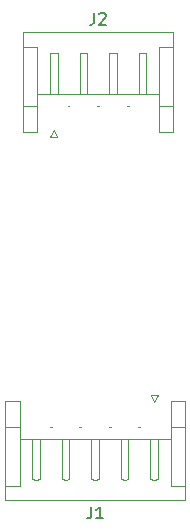
<source format=gbr>
%TF.GenerationSoftware,KiCad,Pcbnew,8.0.8-8.0.8-0~ubuntu24.04.1*%
%TF.CreationDate,2025-05-21T16:54:00-05:00*%
%TF.ProjectId,picowasabi,7069636f-7761-4736-9162-692e6b696361,rev?*%
%TF.SameCoordinates,Original*%
%TF.FileFunction,Legend,Top*%
%TF.FilePolarity,Positive*%
%FSLAX46Y46*%
G04 Gerber Fmt 4.6, Leading zero omitted, Abs format (unit mm)*
G04 Created by KiCad (PCBNEW 8.0.8-8.0.8-0~ubuntu24.04.1) date 2025-05-21 16:54:00*
%MOMM*%
%LPD*%
G01*
G04 APERTURE LIST*
%ADD10C,0.150000*%
%ADD11C,0.120000*%
G04 APERTURE END LIST*
D10*
X131916666Y-89554819D02*
X131916666Y-90269104D01*
X131916666Y-90269104D02*
X131869047Y-90411961D01*
X131869047Y-90411961D02*
X131773809Y-90507200D01*
X131773809Y-90507200D02*
X131630952Y-90554819D01*
X131630952Y-90554819D02*
X131535714Y-90554819D01*
X132345238Y-89650057D02*
X132392857Y-89602438D01*
X132392857Y-89602438D02*
X132488095Y-89554819D01*
X132488095Y-89554819D02*
X132726190Y-89554819D01*
X132726190Y-89554819D02*
X132821428Y-89602438D01*
X132821428Y-89602438D02*
X132869047Y-89650057D01*
X132869047Y-89650057D02*
X132916666Y-89745295D01*
X132916666Y-89745295D02*
X132916666Y-89840533D01*
X132916666Y-89840533D02*
X132869047Y-89983390D01*
X132869047Y-89983390D02*
X132297619Y-90554819D01*
X132297619Y-90554819D02*
X132916666Y-90554819D01*
X131666666Y-131354819D02*
X131666666Y-132069104D01*
X131666666Y-132069104D02*
X131619047Y-132211961D01*
X131619047Y-132211961D02*
X131523809Y-132307200D01*
X131523809Y-132307200D02*
X131380952Y-132354819D01*
X131380952Y-132354819D02*
X131285714Y-132354819D01*
X132666666Y-132354819D02*
X132095238Y-132354819D01*
X132380952Y-132354819D02*
X132380952Y-131354819D01*
X132380952Y-131354819D02*
X132285714Y-131497676D01*
X132285714Y-131497676D02*
X132190476Y-131592914D01*
X132190476Y-131592914D02*
X132095238Y-131640533D01*
D11*
%TO.C,J2*%
X125890000Y-91190000D02*
X138610000Y-91190000D01*
X125890000Y-92410000D02*
X127110000Y-92410000D01*
X125890000Y-99610000D02*
X125890000Y-91190000D01*
X127110000Y-92410000D02*
X127110000Y-97410000D01*
X127110000Y-96410000D02*
X137390000Y-96410000D01*
X127110000Y-97410000D02*
X125890000Y-97410000D01*
X127110000Y-97410000D02*
X127110000Y-99610000D01*
X127110000Y-99610000D02*
X125890000Y-99610000D01*
X128180000Y-92990000D02*
X128500000Y-92910000D01*
X128180000Y-96410000D02*
X128180000Y-92990000D01*
X128200000Y-100100000D02*
X128800000Y-100100000D01*
X128500000Y-92910000D02*
X128820000Y-92990000D01*
X128500000Y-96410000D02*
X128180000Y-96410000D01*
X128500000Y-99500000D02*
X128200000Y-100100000D01*
X128800000Y-100100000D02*
X128500000Y-99500000D01*
X128820000Y-92990000D02*
X128820000Y-96410000D01*
X128820000Y-96410000D02*
X128500000Y-96410000D01*
X129670000Y-97410000D02*
X129830000Y-97410000D01*
X130680000Y-92990000D02*
X131000000Y-92910000D01*
X130680000Y-96410000D02*
X130680000Y-92990000D01*
X131000000Y-92910000D02*
X131320000Y-92990000D01*
X131000000Y-96410000D02*
X130680000Y-96410000D01*
X131320000Y-92990000D02*
X131320000Y-96410000D01*
X131320000Y-96410000D02*
X131000000Y-96410000D01*
X132170000Y-97410000D02*
X132330000Y-97410000D01*
X133180000Y-92990000D02*
X133500000Y-92910000D01*
X133180000Y-96410000D02*
X133180000Y-92990000D01*
X133500000Y-92910000D02*
X133820000Y-92990000D01*
X133500000Y-96410000D02*
X133180000Y-96410000D01*
X133820000Y-92990000D02*
X133820000Y-96410000D01*
X133820000Y-96410000D02*
X133500000Y-96410000D01*
X134670000Y-97410000D02*
X134830000Y-97410000D01*
X135680000Y-92990000D02*
X136000000Y-92910000D01*
X135680000Y-96410000D02*
X135680000Y-92990000D01*
X136000000Y-92910000D02*
X136320000Y-92990000D01*
X136000000Y-96410000D02*
X135680000Y-96410000D01*
X136320000Y-92990000D02*
X136320000Y-96410000D01*
X136320000Y-96410000D02*
X136000000Y-96410000D01*
X137390000Y-92410000D02*
X137390000Y-97410000D01*
X137390000Y-97410000D02*
X138610000Y-97410000D01*
X137390000Y-99610000D02*
X137390000Y-97410000D01*
X138610000Y-91190000D02*
X138610000Y-99610000D01*
X138610000Y-92410000D02*
X137390000Y-92410000D01*
X138610000Y-99610000D02*
X137390000Y-99610000D01*
%TO.C,J1*%
X124390000Y-122390000D02*
X125610000Y-122390000D01*
X124390000Y-129590000D02*
X125610000Y-129590000D01*
X124390000Y-130810000D02*
X124390000Y-122390000D01*
X125610000Y-122390000D02*
X125610000Y-124590000D01*
X125610000Y-124590000D02*
X124390000Y-124590000D01*
X125610000Y-129590000D02*
X125610000Y-124590000D01*
X126680000Y-125590000D02*
X127000000Y-125590000D01*
X126680000Y-129010000D02*
X126680000Y-125590000D01*
X127000000Y-125590000D02*
X127320000Y-125590000D01*
X127000000Y-129090000D02*
X126680000Y-129010000D01*
X127320000Y-125590000D02*
X127320000Y-129010000D01*
X127320000Y-129010000D02*
X127000000Y-129090000D01*
X128330000Y-124590000D02*
X128170000Y-124590000D01*
X129180000Y-125590000D02*
X129500000Y-125590000D01*
X129180000Y-129010000D02*
X129180000Y-125590000D01*
X129500000Y-125590000D02*
X129820000Y-125590000D01*
X129500000Y-129090000D02*
X129180000Y-129010000D01*
X129820000Y-125590000D02*
X129820000Y-129010000D01*
X129820000Y-129010000D02*
X129500000Y-129090000D01*
X130830000Y-124590000D02*
X130670000Y-124590000D01*
X131680000Y-125590000D02*
X132000000Y-125590000D01*
X131680000Y-129010000D02*
X131680000Y-125590000D01*
X132000000Y-125590000D02*
X132320000Y-125590000D01*
X132000000Y-129090000D02*
X131680000Y-129010000D01*
X132320000Y-125590000D02*
X132320000Y-129010000D01*
X132320000Y-129010000D02*
X132000000Y-129090000D01*
X133330000Y-124590000D02*
X133170000Y-124590000D01*
X134180000Y-125590000D02*
X134500000Y-125590000D01*
X134180000Y-129010000D02*
X134180000Y-125590000D01*
X134500000Y-125590000D02*
X134820000Y-125590000D01*
X134500000Y-129090000D02*
X134180000Y-129010000D01*
X134820000Y-125590000D02*
X134820000Y-129010000D01*
X134820000Y-129010000D02*
X134500000Y-129090000D01*
X135830000Y-124590000D02*
X135670000Y-124590000D01*
X136680000Y-125590000D02*
X137000000Y-125590000D01*
X136680000Y-129010000D02*
X136680000Y-125590000D01*
X136700000Y-121900000D02*
X137000000Y-122500000D01*
X137000000Y-122500000D02*
X137300000Y-121900000D01*
X137000000Y-125590000D02*
X137320000Y-125590000D01*
X137000000Y-129090000D02*
X136680000Y-129010000D01*
X137300000Y-121900000D02*
X136700000Y-121900000D01*
X137320000Y-125590000D02*
X137320000Y-129010000D01*
X137320000Y-129010000D02*
X137000000Y-129090000D01*
X138390000Y-122390000D02*
X139610000Y-122390000D01*
X138390000Y-124590000D02*
X138390000Y-122390000D01*
X138390000Y-124590000D02*
X139610000Y-124590000D01*
X138390000Y-125590000D02*
X125610000Y-125590000D01*
X138390000Y-129590000D02*
X138390000Y-124590000D01*
X139610000Y-122390000D02*
X139610000Y-130810000D01*
X139610000Y-129590000D02*
X138390000Y-129590000D01*
X139610000Y-130810000D02*
X124390000Y-130810000D01*
%TD*%
M02*

</source>
